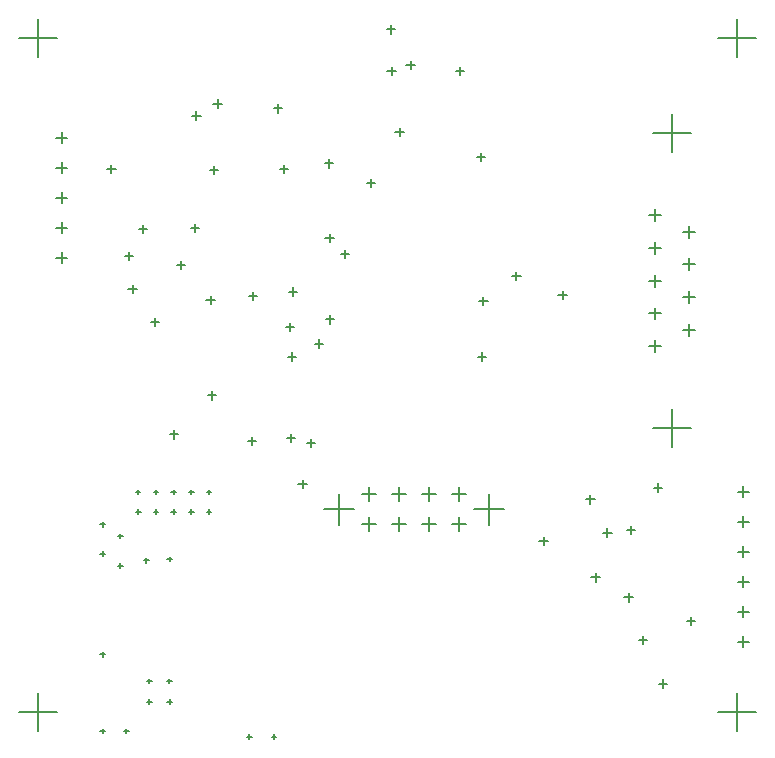
<source format=gbr>
%TF.GenerationSoftware,Altium Limited,Altium Designer,20.2.5 (213)*%
G04 Layer_Color=128*
%FSLAX44Y44*%
%MOMM*%
%TF.SameCoordinates,3FE501F2-1E46-4B48-ABA6-5278C61F2325*%
%TF.FilePolarity,Positive*%
%TF.FileFunction,Drillmap*%
%TF.Part,Single*%
G01*
G75*
%TA.AperFunction,NonConductor*%
%ADD123C,0.1270*%
D123*
X335700Y583000D02*
X342700D01*
X339200Y579500D02*
Y586500D01*
X393500Y583000D02*
X400500D01*
X397000Y579500D02*
Y586500D01*
X632500Y226600D02*
X641500D01*
X637000Y222100D02*
Y231100D01*
X632500Y201200D02*
X641500D01*
X637000Y196700D02*
Y205700D01*
X632500Y175800D02*
X641500D01*
X637000Y171300D02*
Y180300D01*
X632500Y150400D02*
X641500D01*
X637000Y145900D02*
Y154900D01*
X632500Y125000D02*
X641500D01*
X637000Y120500D02*
Y129500D01*
X632500Y99600D02*
X641500D01*
X637000Y95100D02*
Y104100D01*
X55500Y424800D02*
X64500D01*
X60000Y420300D02*
Y429300D01*
X55500Y450200D02*
X64500D01*
X60000Y445700D02*
Y454700D01*
X55500Y475600D02*
X64500D01*
X60000Y471100D02*
Y480100D01*
X55500Y501000D02*
X64500D01*
X60000Y496500D02*
Y505500D01*
X55500Y526400D02*
X64500D01*
X60000Y521900D02*
Y530900D01*
X408642Y211724D02*
X434642D01*
X421642Y198724D02*
Y224725D01*
X281642Y211724D02*
X307642D01*
X294642Y198724D02*
Y224725D01*
X314000Y199000D02*
X326000D01*
X320000Y193000D02*
Y205000D01*
X339399Y199000D02*
X351399D01*
X345399Y193000D02*
Y205000D01*
X364797Y199000D02*
X376797D01*
X370797Y193000D02*
Y205000D01*
X390196Y199000D02*
X402196D01*
X396196Y193000D02*
Y205000D01*
X390242Y224424D02*
X402242D01*
X396242Y218424D02*
Y230424D01*
X364844Y224440D02*
X376844D01*
X370844Y218440D02*
Y230440D01*
X339445Y224440D02*
X351445D01*
X345445Y218440D02*
Y230440D01*
X314046Y224440D02*
X326046D01*
X320046Y218440D02*
Y230440D01*
X557600Y349750D02*
X567600D01*
X562600Y344750D02*
Y354750D01*
X586000Y363600D02*
X596000D01*
X591000Y358600D02*
Y368600D01*
X557600Y377450D02*
X567600D01*
X562600Y372450D02*
Y382450D01*
X586000Y391300D02*
X596000D01*
X591000Y386300D02*
Y396300D01*
X557600Y405150D02*
X567600D01*
X562600Y400150D02*
Y410150D01*
X586000Y419000D02*
X596000D01*
X591000Y414000D02*
Y424000D01*
X557600Y432850D02*
X567600D01*
X562600Y427850D02*
Y437850D01*
X586000Y446700D02*
X596000D01*
X591000Y441700D02*
Y451700D01*
X557600Y460550D02*
X567600D01*
X562600Y455550D02*
Y465550D01*
X560800Y530100D02*
X592800D01*
X576800Y514100D02*
Y546100D01*
X560800Y280200D02*
X592800D01*
X576800Y264200D02*
Y296200D01*
X616000Y40000D02*
X648000D01*
X632000Y24000D02*
Y56000D01*
X24000Y40000D02*
X56000D01*
X40000Y24000D02*
Y56000D01*
X24000Y611000D02*
X56000D01*
X40000Y595000D02*
Y627000D01*
X616000Y611000D02*
X648000D01*
X632000Y595000D02*
Y627000D01*
X351844Y587650D02*
X358956D01*
X355400Y584094D02*
Y591206D01*
X411444Y510000D02*
X418556D01*
X415000Y506444D02*
Y513556D01*
X342444Y531000D02*
X349556D01*
X346000Y527444D02*
Y534556D01*
X504044Y220000D02*
X511156D01*
X507600Y216444D02*
Y223556D01*
X182444Y389000D02*
X189556D01*
X186000Y385444D02*
Y392556D01*
X335444Y618000D02*
X342556D01*
X339000Y614444D02*
Y621556D01*
X157589Y418231D02*
X164701D01*
X161145Y414675D02*
Y421787D01*
X251444Y341000D02*
X258556D01*
X255000Y337444D02*
Y344556D01*
X249544Y366100D02*
X256656D01*
X253100Y362544D02*
Y369656D01*
X318444Y488000D02*
X325556D01*
X322000Y484444D02*
Y491556D01*
X282953Y504491D02*
X290065D01*
X286509Y500935D02*
Y508047D01*
X170444Y545000D02*
X177556D01*
X174000Y541444D02*
Y548556D01*
X188444Y555102D02*
X195556D01*
X192000Y551546D02*
Y558658D01*
X151444Y275000D02*
X158556D01*
X155000Y271444D02*
Y278556D01*
X183444Y308000D02*
X190556D01*
X187000Y304444D02*
Y311556D01*
X217439Y269600D02*
X224551D01*
X220995Y266044D02*
Y273156D01*
X250444Y272000D02*
X257556D01*
X254000Y268444D02*
Y275556D01*
X218444Y392000D02*
X225556D01*
X222000Y388444D02*
Y395556D01*
X283168Y441276D02*
X290280D01*
X286724Y437720D02*
Y444832D01*
X169444Y450000D02*
X176556D01*
X173000Y446444D02*
Y453556D01*
X518444Y192000D02*
X525556D01*
X522000Y188444D02*
Y195556D01*
X538441Y193998D02*
X545553D01*
X541997Y190442D02*
Y197554D01*
X480444Y393000D02*
X487556D01*
X484000Y389444D02*
Y396556D01*
X185444Y499000D02*
X192556D01*
X189000Y495444D02*
Y502556D01*
X565444Y64000D02*
X572556D01*
X569000Y60444D02*
Y67556D01*
X412444Y341000D02*
X419556D01*
X416000Y337444D02*
Y344556D01*
X274444Y352000D02*
X281556D01*
X278000Y348444D02*
Y355556D01*
X113444Y426000D02*
X120556D01*
X117000Y422444D02*
Y429556D01*
X125444Y449000D02*
X132556D01*
X129000Y445444D02*
Y452556D01*
X441444Y409000D02*
X448556D01*
X445000Y405444D02*
Y412556D01*
X561444Y230000D02*
X568556D01*
X565000Y226444D02*
Y233556D01*
X464444Y185000D02*
X471556D01*
X468000Y181444D02*
Y188556D01*
X508444Y154000D02*
X515556D01*
X512000Y150444D02*
Y157556D01*
X98444Y500000D02*
X105556D01*
X102000Y496444D02*
Y503556D01*
X116444Y398000D02*
X123556D01*
X120000Y394444D02*
Y401556D01*
X267444Y268000D02*
X274556D01*
X271000Y264444D02*
Y271556D01*
X296444Y428000D02*
X303556D01*
X300000Y424444D02*
Y431556D01*
X413444Y388000D02*
X420556D01*
X417000Y384444D02*
Y391556D01*
X283444Y372400D02*
X290556D01*
X287000Y368844D02*
Y375956D01*
X536444Y137000D02*
X543556D01*
X540000Y133444D02*
Y140556D01*
X252444Y396000D02*
X259556D01*
X256000Y392444D02*
Y399556D01*
X239444Y551000D02*
X246556D01*
X243000Y547444D02*
Y554556D01*
X244444Y500000D02*
X251556D01*
X248000Y496444D02*
Y503556D01*
X589444Y117000D02*
X596556D01*
X593000Y113444D02*
Y120556D01*
X260444Y233000D02*
X267556D01*
X264000Y229444D02*
Y236556D01*
X135444Y370000D02*
X142556D01*
X139000Y366444D02*
Y373556D01*
X548444Y101000D02*
X555556D01*
X552000Y97444D02*
Y104556D01*
X122500Y226250D02*
X126500D01*
X124500Y224250D02*
Y228250D01*
X152750Y226250D02*
X156750D01*
X154750Y224250D02*
Y228250D01*
X167750Y226250D02*
X171750D01*
X169750Y224250D02*
Y228250D01*
X182750Y226250D02*
X186750D01*
X184750Y224250D02*
Y228250D01*
X122750Y209750D02*
X126750D01*
X124750Y207750D02*
Y211750D01*
X152750Y209750D02*
X156750D01*
X154750Y207750D02*
Y211750D01*
X167750Y209750D02*
X171750D01*
X169750Y207750D02*
Y211750D01*
X182750Y209750D02*
X186750D01*
X184750Y207750D02*
Y211750D01*
X107750Y189000D02*
X111750D01*
X109750Y187000D02*
Y191000D01*
X107750Y164000D02*
X111750D01*
X109750Y162000D02*
Y166000D01*
X129500Y168500D02*
X133500D01*
X131500Y166500D02*
Y170500D01*
X149500Y169500D02*
X153500D01*
X151500Y167500D02*
Y171500D01*
X132000Y66250D02*
X136000D01*
X134000Y64250D02*
Y68250D01*
X149000Y66250D02*
X153000D01*
X151000Y64250D02*
Y68250D01*
X137750Y226250D02*
X141750D01*
X139750Y224250D02*
Y228250D01*
X92750Y199000D02*
X96750D01*
X94750Y197000D02*
Y201000D01*
X137750Y209750D02*
X141750D01*
X139750Y207750D02*
Y211750D01*
X112750Y24000D02*
X116750D01*
X114750Y22000D02*
Y26000D01*
X92750Y24000D02*
X96750D01*
X94750Y22000D02*
Y26000D01*
X237750Y19000D02*
X241750D01*
X239750Y17000D02*
Y21000D01*
X216750Y19250D02*
X220750D01*
X218750Y17250D02*
Y21250D01*
X132250Y48750D02*
X136250D01*
X134250Y46750D02*
Y50750D01*
X149250Y48750D02*
X153250D01*
X151250Y46750D02*
Y50750D01*
X92750Y174000D02*
X96750D01*
X94750Y172000D02*
Y176000D01*
X92750Y89000D02*
X96750D01*
X94750Y87000D02*
Y91000D01*
%TF.MD5,7dbca3ac302e75ab4d2542d010832285*%
M02*

</source>
